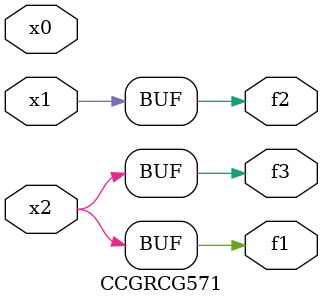
<source format=v>
module CCGRCG571(
	input x0, x1, x2,
	output f1, f2, f3
);
	assign f1 = x2;
	assign f2 = x1;
	assign f3 = x2;
endmodule

</source>
